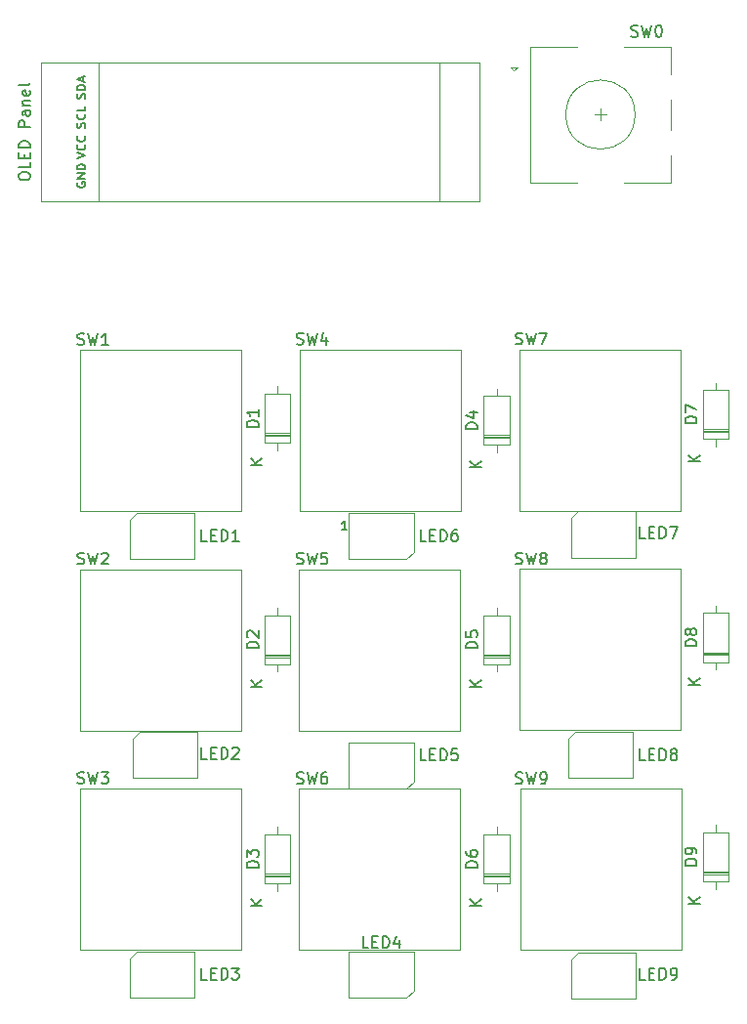
<source format=gbr>
%TF.GenerationSoftware,KiCad,Pcbnew,9.0.7*%
%TF.CreationDate,2026-02-07T03:47:48-05:00*%
%TF.ProjectId,Keypad,4b657970-6164-42e6-9b69-6361645f7063,rev?*%
%TF.SameCoordinates,Original*%
%TF.FileFunction,Legend,Top*%
%TF.FilePolarity,Positive*%
%FSLAX46Y46*%
G04 Gerber Fmt 4.6, Leading zero omitted, Abs format (unit mm)*
G04 Created by KiCad (PCBNEW 9.0.7) date 2026-02-07 03:47:48*
%MOMM*%
%LPD*%
G01*
G04 APERTURE LIST*
%ADD10C,0.150000*%
%ADD11C,0.120000*%
%ADD12C,0.040000*%
G04 APERTURE END LIST*
D10*
X138666667Y-94407200D02*
X138809524Y-94454819D01*
X138809524Y-94454819D02*
X139047619Y-94454819D01*
X139047619Y-94454819D02*
X139142857Y-94407200D01*
X139142857Y-94407200D02*
X139190476Y-94359580D01*
X139190476Y-94359580D02*
X139238095Y-94264342D01*
X139238095Y-94264342D02*
X139238095Y-94169104D01*
X139238095Y-94169104D02*
X139190476Y-94073866D01*
X139190476Y-94073866D02*
X139142857Y-94026247D01*
X139142857Y-94026247D02*
X139047619Y-93978628D01*
X139047619Y-93978628D02*
X138857143Y-93931009D01*
X138857143Y-93931009D02*
X138761905Y-93883390D01*
X138761905Y-93883390D02*
X138714286Y-93835771D01*
X138714286Y-93835771D02*
X138666667Y-93740533D01*
X138666667Y-93740533D02*
X138666667Y-93645295D01*
X138666667Y-93645295D02*
X138714286Y-93550057D01*
X138714286Y-93550057D02*
X138761905Y-93502438D01*
X138761905Y-93502438D02*
X138857143Y-93454819D01*
X138857143Y-93454819D02*
X139095238Y-93454819D01*
X139095238Y-93454819D02*
X139238095Y-93502438D01*
X139571429Y-93454819D02*
X139809524Y-94454819D01*
X139809524Y-94454819D02*
X140000000Y-93740533D01*
X140000000Y-93740533D02*
X140190476Y-94454819D01*
X140190476Y-94454819D02*
X140428572Y-93454819D01*
X141285714Y-93454819D02*
X140809524Y-93454819D01*
X140809524Y-93454819D02*
X140761905Y-93931009D01*
X140761905Y-93931009D02*
X140809524Y-93883390D01*
X140809524Y-93883390D02*
X140904762Y-93835771D01*
X140904762Y-93835771D02*
X141142857Y-93835771D01*
X141142857Y-93835771D02*
X141238095Y-93883390D01*
X141238095Y-93883390D02*
X141285714Y-93931009D01*
X141285714Y-93931009D02*
X141333333Y-94026247D01*
X141333333Y-94026247D02*
X141333333Y-94264342D01*
X141333333Y-94264342D02*
X141285714Y-94359580D01*
X141285714Y-94359580D02*
X141238095Y-94407200D01*
X141238095Y-94407200D02*
X141142857Y-94454819D01*
X141142857Y-94454819D02*
X140904762Y-94454819D01*
X140904762Y-94454819D02*
X140809524Y-94407200D01*
X140809524Y-94407200D02*
X140761905Y-94359580D01*
X168880952Y-130454819D02*
X168404762Y-130454819D01*
X168404762Y-130454819D02*
X168404762Y-129454819D01*
X169214286Y-129931009D02*
X169547619Y-129931009D01*
X169690476Y-130454819D02*
X169214286Y-130454819D01*
X169214286Y-130454819D02*
X169214286Y-129454819D01*
X169214286Y-129454819D02*
X169690476Y-129454819D01*
X170119048Y-130454819D02*
X170119048Y-129454819D01*
X170119048Y-129454819D02*
X170357143Y-129454819D01*
X170357143Y-129454819D02*
X170500000Y-129502438D01*
X170500000Y-129502438D02*
X170595238Y-129597676D01*
X170595238Y-129597676D02*
X170642857Y-129692914D01*
X170642857Y-129692914D02*
X170690476Y-129883390D01*
X170690476Y-129883390D02*
X170690476Y-130026247D01*
X170690476Y-130026247D02*
X170642857Y-130216723D01*
X170642857Y-130216723D02*
X170595238Y-130311961D01*
X170595238Y-130311961D02*
X170500000Y-130407200D01*
X170500000Y-130407200D02*
X170357143Y-130454819D01*
X170357143Y-130454819D02*
X170119048Y-130454819D01*
X171166667Y-130454819D02*
X171357143Y-130454819D01*
X171357143Y-130454819D02*
X171452381Y-130407200D01*
X171452381Y-130407200D02*
X171500000Y-130359580D01*
X171500000Y-130359580D02*
X171595238Y-130216723D01*
X171595238Y-130216723D02*
X171642857Y-130026247D01*
X171642857Y-130026247D02*
X171642857Y-129645295D01*
X171642857Y-129645295D02*
X171595238Y-129550057D01*
X171595238Y-129550057D02*
X171547619Y-129502438D01*
X171547619Y-129502438D02*
X171452381Y-129454819D01*
X171452381Y-129454819D02*
X171261905Y-129454819D01*
X171261905Y-129454819D02*
X171166667Y-129502438D01*
X171166667Y-129502438D02*
X171119048Y-129550057D01*
X171119048Y-129550057D02*
X171071429Y-129645295D01*
X171071429Y-129645295D02*
X171071429Y-129883390D01*
X171071429Y-129883390D02*
X171119048Y-129978628D01*
X171119048Y-129978628D02*
X171166667Y-130026247D01*
X171166667Y-130026247D02*
X171261905Y-130073866D01*
X171261905Y-130073866D02*
X171452381Y-130073866D01*
X171452381Y-130073866D02*
X171547619Y-130026247D01*
X171547619Y-130026247D02*
X171595238Y-129978628D01*
X171595238Y-129978628D02*
X171642857Y-129883390D01*
X138666667Y-75373200D02*
X138809524Y-75420819D01*
X138809524Y-75420819D02*
X139047619Y-75420819D01*
X139047619Y-75420819D02*
X139142857Y-75373200D01*
X139142857Y-75373200D02*
X139190476Y-75325580D01*
X139190476Y-75325580D02*
X139238095Y-75230342D01*
X139238095Y-75230342D02*
X139238095Y-75135104D01*
X139238095Y-75135104D02*
X139190476Y-75039866D01*
X139190476Y-75039866D02*
X139142857Y-74992247D01*
X139142857Y-74992247D02*
X139047619Y-74944628D01*
X139047619Y-74944628D02*
X138857143Y-74897009D01*
X138857143Y-74897009D02*
X138761905Y-74849390D01*
X138761905Y-74849390D02*
X138714286Y-74801771D01*
X138714286Y-74801771D02*
X138666667Y-74706533D01*
X138666667Y-74706533D02*
X138666667Y-74611295D01*
X138666667Y-74611295D02*
X138714286Y-74516057D01*
X138714286Y-74516057D02*
X138761905Y-74468438D01*
X138761905Y-74468438D02*
X138857143Y-74420819D01*
X138857143Y-74420819D02*
X139095238Y-74420819D01*
X139095238Y-74420819D02*
X139238095Y-74468438D01*
X139571429Y-74420819D02*
X139809524Y-75420819D01*
X139809524Y-75420819D02*
X140000000Y-74706533D01*
X140000000Y-74706533D02*
X140190476Y-75420819D01*
X140190476Y-75420819D02*
X140428572Y-74420819D01*
X141238095Y-74754152D02*
X141238095Y-75420819D01*
X141000000Y-74373200D02*
X140761905Y-75087485D01*
X140761905Y-75087485D02*
X141380952Y-75087485D01*
X130880952Y-111329819D02*
X130404762Y-111329819D01*
X130404762Y-111329819D02*
X130404762Y-110329819D01*
X131214286Y-110806009D02*
X131547619Y-110806009D01*
X131690476Y-111329819D02*
X131214286Y-111329819D01*
X131214286Y-111329819D02*
X131214286Y-110329819D01*
X131214286Y-110329819D02*
X131690476Y-110329819D01*
X132119048Y-111329819D02*
X132119048Y-110329819D01*
X132119048Y-110329819D02*
X132357143Y-110329819D01*
X132357143Y-110329819D02*
X132500000Y-110377438D01*
X132500000Y-110377438D02*
X132595238Y-110472676D01*
X132595238Y-110472676D02*
X132642857Y-110567914D01*
X132642857Y-110567914D02*
X132690476Y-110758390D01*
X132690476Y-110758390D02*
X132690476Y-110901247D01*
X132690476Y-110901247D02*
X132642857Y-111091723D01*
X132642857Y-111091723D02*
X132595238Y-111186961D01*
X132595238Y-111186961D02*
X132500000Y-111282200D01*
X132500000Y-111282200D02*
X132357143Y-111329819D01*
X132357143Y-111329819D02*
X132119048Y-111329819D01*
X133071429Y-110425057D02*
X133119048Y-110377438D01*
X133119048Y-110377438D02*
X133214286Y-110329819D01*
X133214286Y-110329819D02*
X133452381Y-110329819D01*
X133452381Y-110329819D02*
X133547619Y-110377438D01*
X133547619Y-110377438D02*
X133595238Y-110425057D01*
X133595238Y-110425057D02*
X133642857Y-110520295D01*
X133642857Y-110520295D02*
X133642857Y-110615533D01*
X133642857Y-110615533D02*
X133595238Y-110758390D01*
X133595238Y-110758390D02*
X133023810Y-111329819D01*
X133023810Y-111329819D02*
X133642857Y-111329819D01*
X119666667Y-113407200D02*
X119809524Y-113454819D01*
X119809524Y-113454819D02*
X120047619Y-113454819D01*
X120047619Y-113454819D02*
X120142857Y-113407200D01*
X120142857Y-113407200D02*
X120190476Y-113359580D01*
X120190476Y-113359580D02*
X120238095Y-113264342D01*
X120238095Y-113264342D02*
X120238095Y-113169104D01*
X120238095Y-113169104D02*
X120190476Y-113073866D01*
X120190476Y-113073866D02*
X120142857Y-113026247D01*
X120142857Y-113026247D02*
X120047619Y-112978628D01*
X120047619Y-112978628D02*
X119857143Y-112931009D01*
X119857143Y-112931009D02*
X119761905Y-112883390D01*
X119761905Y-112883390D02*
X119714286Y-112835771D01*
X119714286Y-112835771D02*
X119666667Y-112740533D01*
X119666667Y-112740533D02*
X119666667Y-112645295D01*
X119666667Y-112645295D02*
X119714286Y-112550057D01*
X119714286Y-112550057D02*
X119761905Y-112502438D01*
X119761905Y-112502438D02*
X119857143Y-112454819D01*
X119857143Y-112454819D02*
X120095238Y-112454819D01*
X120095238Y-112454819D02*
X120238095Y-112502438D01*
X120571429Y-112454819D02*
X120809524Y-113454819D01*
X120809524Y-113454819D02*
X121000000Y-112740533D01*
X121000000Y-112740533D02*
X121190476Y-113454819D01*
X121190476Y-113454819D02*
X121428572Y-112454819D01*
X121714286Y-112454819D02*
X122333333Y-112454819D01*
X122333333Y-112454819D02*
X122000000Y-112835771D01*
X122000000Y-112835771D02*
X122142857Y-112835771D01*
X122142857Y-112835771D02*
X122238095Y-112883390D01*
X122238095Y-112883390D02*
X122285714Y-112931009D01*
X122285714Y-112931009D02*
X122333333Y-113026247D01*
X122333333Y-113026247D02*
X122333333Y-113264342D01*
X122333333Y-113264342D02*
X122285714Y-113359580D01*
X122285714Y-113359580D02*
X122238095Y-113407200D01*
X122238095Y-113407200D02*
X122142857Y-113454819D01*
X122142857Y-113454819D02*
X121857143Y-113454819D01*
X121857143Y-113454819D02*
X121761905Y-113407200D01*
X121761905Y-113407200D02*
X121714286Y-113359580D01*
X144880952Y-127704819D02*
X144404762Y-127704819D01*
X144404762Y-127704819D02*
X144404762Y-126704819D01*
X145214286Y-127181009D02*
X145547619Y-127181009D01*
X145690476Y-127704819D02*
X145214286Y-127704819D01*
X145214286Y-127704819D02*
X145214286Y-126704819D01*
X145214286Y-126704819D02*
X145690476Y-126704819D01*
X146119048Y-127704819D02*
X146119048Y-126704819D01*
X146119048Y-126704819D02*
X146357143Y-126704819D01*
X146357143Y-126704819D02*
X146500000Y-126752438D01*
X146500000Y-126752438D02*
X146595238Y-126847676D01*
X146595238Y-126847676D02*
X146642857Y-126942914D01*
X146642857Y-126942914D02*
X146690476Y-127133390D01*
X146690476Y-127133390D02*
X146690476Y-127276247D01*
X146690476Y-127276247D02*
X146642857Y-127466723D01*
X146642857Y-127466723D02*
X146595238Y-127561961D01*
X146595238Y-127561961D02*
X146500000Y-127657200D01*
X146500000Y-127657200D02*
X146357143Y-127704819D01*
X146357143Y-127704819D02*
X146119048Y-127704819D01*
X147547619Y-127038152D02*
X147547619Y-127704819D01*
X147309524Y-126657200D02*
X147071429Y-127371485D01*
X147071429Y-127371485D02*
X147690476Y-127371485D01*
X149880952Y-92454819D02*
X149404762Y-92454819D01*
X149404762Y-92454819D02*
X149404762Y-91454819D01*
X150214286Y-91931009D02*
X150547619Y-91931009D01*
X150690476Y-92454819D02*
X150214286Y-92454819D01*
X150214286Y-92454819D02*
X150214286Y-91454819D01*
X150214286Y-91454819D02*
X150690476Y-91454819D01*
X151119048Y-92454819D02*
X151119048Y-91454819D01*
X151119048Y-91454819D02*
X151357143Y-91454819D01*
X151357143Y-91454819D02*
X151500000Y-91502438D01*
X151500000Y-91502438D02*
X151595238Y-91597676D01*
X151595238Y-91597676D02*
X151642857Y-91692914D01*
X151642857Y-91692914D02*
X151690476Y-91883390D01*
X151690476Y-91883390D02*
X151690476Y-92026247D01*
X151690476Y-92026247D02*
X151642857Y-92216723D01*
X151642857Y-92216723D02*
X151595238Y-92311961D01*
X151595238Y-92311961D02*
X151500000Y-92407200D01*
X151500000Y-92407200D02*
X151357143Y-92454819D01*
X151357143Y-92454819D02*
X151119048Y-92454819D01*
X152547619Y-91454819D02*
X152357143Y-91454819D01*
X152357143Y-91454819D02*
X152261905Y-91502438D01*
X152261905Y-91502438D02*
X152214286Y-91550057D01*
X152214286Y-91550057D02*
X152119048Y-91692914D01*
X152119048Y-91692914D02*
X152071429Y-91883390D01*
X152071429Y-91883390D02*
X152071429Y-92264342D01*
X152071429Y-92264342D02*
X152119048Y-92359580D01*
X152119048Y-92359580D02*
X152166667Y-92407200D01*
X152166667Y-92407200D02*
X152261905Y-92454819D01*
X152261905Y-92454819D02*
X152452381Y-92454819D01*
X152452381Y-92454819D02*
X152547619Y-92407200D01*
X152547619Y-92407200D02*
X152595238Y-92359580D01*
X152595238Y-92359580D02*
X152642857Y-92264342D01*
X152642857Y-92264342D02*
X152642857Y-92026247D01*
X152642857Y-92026247D02*
X152595238Y-91931009D01*
X152595238Y-91931009D02*
X152547619Y-91883390D01*
X152547619Y-91883390D02*
X152452381Y-91835771D01*
X152452381Y-91835771D02*
X152261905Y-91835771D01*
X152261905Y-91835771D02*
X152166667Y-91883390D01*
X152166667Y-91883390D02*
X152119048Y-91931009D01*
X152119048Y-91931009D02*
X152071429Y-92026247D01*
X143028571Y-91487295D02*
X142571428Y-91487295D01*
X142800000Y-91487295D02*
X142800000Y-90687295D01*
X142800000Y-90687295D02*
X142723809Y-90801580D01*
X142723809Y-90801580D02*
X142647619Y-90877771D01*
X142647619Y-90877771D02*
X142571428Y-90915866D01*
X167666667Y-48707200D02*
X167809524Y-48754819D01*
X167809524Y-48754819D02*
X168047619Y-48754819D01*
X168047619Y-48754819D02*
X168142857Y-48707200D01*
X168142857Y-48707200D02*
X168190476Y-48659580D01*
X168190476Y-48659580D02*
X168238095Y-48564342D01*
X168238095Y-48564342D02*
X168238095Y-48469104D01*
X168238095Y-48469104D02*
X168190476Y-48373866D01*
X168190476Y-48373866D02*
X168142857Y-48326247D01*
X168142857Y-48326247D02*
X168047619Y-48278628D01*
X168047619Y-48278628D02*
X167857143Y-48231009D01*
X167857143Y-48231009D02*
X167761905Y-48183390D01*
X167761905Y-48183390D02*
X167714286Y-48135771D01*
X167714286Y-48135771D02*
X167666667Y-48040533D01*
X167666667Y-48040533D02*
X167666667Y-47945295D01*
X167666667Y-47945295D02*
X167714286Y-47850057D01*
X167714286Y-47850057D02*
X167761905Y-47802438D01*
X167761905Y-47802438D02*
X167857143Y-47754819D01*
X167857143Y-47754819D02*
X168095238Y-47754819D01*
X168095238Y-47754819D02*
X168238095Y-47802438D01*
X168571429Y-47754819D02*
X168809524Y-48754819D01*
X168809524Y-48754819D02*
X169000000Y-48040533D01*
X169000000Y-48040533D02*
X169190476Y-48754819D01*
X169190476Y-48754819D02*
X169428572Y-47754819D01*
X170000000Y-47754819D02*
X170095238Y-47754819D01*
X170095238Y-47754819D02*
X170190476Y-47802438D01*
X170190476Y-47802438D02*
X170238095Y-47850057D01*
X170238095Y-47850057D02*
X170285714Y-47945295D01*
X170285714Y-47945295D02*
X170333333Y-48135771D01*
X170333333Y-48135771D02*
X170333333Y-48373866D01*
X170333333Y-48373866D02*
X170285714Y-48564342D01*
X170285714Y-48564342D02*
X170238095Y-48659580D01*
X170238095Y-48659580D02*
X170190476Y-48707200D01*
X170190476Y-48707200D02*
X170095238Y-48754819D01*
X170095238Y-48754819D02*
X170000000Y-48754819D01*
X170000000Y-48754819D02*
X169904762Y-48707200D01*
X169904762Y-48707200D02*
X169857143Y-48659580D01*
X169857143Y-48659580D02*
X169809524Y-48564342D01*
X169809524Y-48564342D02*
X169761905Y-48373866D01*
X169761905Y-48373866D02*
X169761905Y-48135771D01*
X169761905Y-48135771D02*
X169809524Y-47945295D01*
X169809524Y-47945295D02*
X169857143Y-47850057D01*
X169857143Y-47850057D02*
X169904762Y-47802438D01*
X169904762Y-47802438D02*
X170000000Y-47754819D01*
X135334819Y-120738094D02*
X134334819Y-120738094D01*
X134334819Y-120738094D02*
X134334819Y-120499999D01*
X134334819Y-120499999D02*
X134382438Y-120357142D01*
X134382438Y-120357142D02*
X134477676Y-120261904D01*
X134477676Y-120261904D02*
X134572914Y-120214285D01*
X134572914Y-120214285D02*
X134763390Y-120166666D01*
X134763390Y-120166666D02*
X134906247Y-120166666D01*
X134906247Y-120166666D02*
X135096723Y-120214285D01*
X135096723Y-120214285D02*
X135191961Y-120261904D01*
X135191961Y-120261904D02*
X135287200Y-120357142D01*
X135287200Y-120357142D02*
X135334819Y-120499999D01*
X135334819Y-120499999D02*
X135334819Y-120738094D01*
X134334819Y-119833332D02*
X134334819Y-119214285D01*
X134334819Y-119214285D02*
X134715771Y-119547618D01*
X134715771Y-119547618D02*
X134715771Y-119404761D01*
X134715771Y-119404761D02*
X134763390Y-119309523D01*
X134763390Y-119309523D02*
X134811009Y-119261904D01*
X134811009Y-119261904D02*
X134906247Y-119214285D01*
X134906247Y-119214285D02*
X135144342Y-119214285D01*
X135144342Y-119214285D02*
X135239580Y-119261904D01*
X135239580Y-119261904D02*
X135287200Y-119309523D01*
X135287200Y-119309523D02*
X135334819Y-119404761D01*
X135334819Y-119404761D02*
X135334819Y-119690475D01*
X135334819Y-119690475D02*
X135287200Y-119785713D01*
X135287200Y-119785713D02*
X135239580Y-119833332D01*
X135654819Y-124071904D02*
X134654819Y-124071904D01*
X135654819Y-123500476D02*
X135083390Y-123929047D01*
X134654819Y-123500476D02*
X135226247Y-124071904D01*
X119666667Y-75407200D02*
X119809524Y-75454819D01*
X119809524Y-75454819D02*
X120047619Y-75454819D01*
X120047619Y-75454819D02*
X120142857Y-75407200D01*
X120142857Y-75407200D02*
X120190476Y-75359580D01*
X120190476Y-75359580D02*
X120238095Y-75264342D01*
X120238095Y-75264342D02*
X120238095Y-75169104D01*
X120238095Y-75169104D02*
X120190476Y-75073866D01*
X120190476Y-75073866D02*
X120142857Y-75026247D01*
X120142857Y-75026247D02*
X120047619Y-74978628D01*
X120047619Y-74978628D02*
X119857143Y-74931009D01*
X119857143Y-74931009D02*
X119761905Y-74883390D01*
X119761905Y-74883390D02*
X119714286Y-74835771D01*
X119714286Y-74835771D02*
X119666667Y-74740533D01*
X119666667Y-74740533D02*
X119666667Y-74645295D01*
X119666667Y-74645295D02*
X119714286Y-74550057D01*
X119714286Y-74550057D02*
X119761905Y-74502438D01*
X119761905Y-74502438D02*
X119857143Y-74454819D01*
X119857143Y-74454819D02*
X120095238Y-74454819D01*
X120095238Y-74454819D02*
X120238095Y-74502438D01*
X120571429Y-74454819D02*
X120809524Y-75454819D01*
X120809524Y-75454819D02*
X121000000Y-74740533D01*
X121000000Y-74740533D02*
X121190476Y-75454819D01*
X121190476Y-75454819D02*
X121428572Y-74454819D01*
X122333333Y-75454819D02*
X121761905Y-75454819D01*
X122047619Y-75454819D02*
X122047619Y-74454819D01*
X122047619Y-74454819D02*
X121952381Y-74597676D01*
X121952381Y-74597676D02*
X121857143Y-74692914D01*
X121857143Y-74692914D02*
X121761905Y-74740533D01*
X173334819Y-120548094D02*
X172334819Y-120548094D01*
X172334819Y-120548094D02*
X172334819Y-120309999D01*
X172334819Y-120309999D02*
X172382438Y-120167142D01*
X172382438Y-120167142D02*
X172477676Y-120071904D01*
X172477676Y-120071904D02*
X172572914Y-120024285D01*
X172572914Y-120024285D02*
X172763390Y-119976666D01*
X172763390Y-119976666D02*
X172906247Y-119976666D01*
X172906247Y-119976666D02*
X173096723Y-120024285D01*
X173096723Y-120024285D02*
X173191961Y-120071904D01*
X173191961Y-120071904D02*
X173287200Y-120167142D01*
X173287200Y-120167142D02*
X173334819Y-120309999D01*
X173334819Y-120309999D02*
X173334819Y-120548094D01*
X173334819Y-119500475D02*
X173334819Y-119309999D01*
X173334819Y-119309999D02*
X173287200Y-119214761D01*
X173287200Y-119214761D02*
X173239580Y-119167142D01*
X173239580Y-119167142D02*
X173096723Y-119071904D01*
X173096723Y-119071904D02*
X172906247Y-119024285D01*
X172906247Y-119024285D02*
X172525295Y-119024285D01*
X172525295Y-119024285D02*
X172430057Y-119071904D01*
X172430057Y-119071904D02*
X172382438Y-119119523D01*
X172382438Y-119119523D02*
X172334819Y-119214761D01*
X172334819Y-119214761D02*
X172334819Y-119405237D01*
X172334819Y-119405237D02*
X172382438Y-119500475D01*
X172382438Y-119500475D02*
X172430057Y-119548094D01*
X172430057Y-119548094D02*
X172525295Y-119595713D01*
X172525295Y-119595713D02*
X172763390Y-119595713D01*
X172763390Y-119595713D02*
X172858628Y-119548094D01*
X172858628Y-119548094D02*
X172906247Y-119500475D01*
X172906247Y-119500475D02*
X172953866Y-119405237D01*
X172953866Y-119405237D02*
X172953866Y-119214761D01*
X172953866Y-119214761D02*
X172906247Y-119119523D01*
X172906247Y-119119523D02*
X172858628Y-119071904D01*
X172858628Y-119071904D02*
X172763390Y-119024285D01*
X173654819Y-123881904D02*
X172654819Y-123881904D01*
X173654819Y-123310476D02*
X173083390Y-123739047D01*
X172654819Y-123310476D02*
X173226247Y-123881904D01*
X135334819Y-82548094D02*
X134334819Y-82548094D01*
X134334819Y-82548094D02*
X134334819Y-82309999D01*
X134334819Y-82309999D02*
X134382438Y-82167142D01*
X134382438Y-82167142D02*
X134477676Y-82071904D01*
X134477676Y-82071904D02*
X134572914Y-82024285D01*
X134572914Y-82024285D02*
X134763390Y-81976666D01*
X134763390Y-81976666D02*
X134906247Y-81976666D01*
X134906247Y-81976666D02*
X135096723Y-82024285D01*
X135096723Y-82024285D02*
X135191961Y-82071904D01*
X135191961Y-82071904D02*
X135287200Y-82167142D01*
X135287200Y-82167142D02*
X135334819Y-82309999D01*
X135334819Y-82309999D02*
X135334819Y-82548094D01*
X135334819Y-81024285D02*
X135334819Y-81595713D01*
X135334819Y-81309999D02*
X134334819Y-81309999D01*
X134334819Y-81309999D02*
X134477676Y-81405237D01*
X134477676Y-81405237D02*
X134572914Y-81500475D01*
X134572914Y-81500475D02*
X134620533Y-81595713D01*
X135654819Y-85881904D02*
X134654819Y-85881904D01*
X135654819Y-85310476D02*
X135083390Y-85739047D01*
X134654819Y-85310476D02*
X135226247Y-85881904D01*
X154334819Y-101738094D02*
X153334819Y-101738094D01*
X153334819Y-101738094D02*
X153334819Y-101499999D01*
X153334819Y-101499999D02*
X153382438Y-101357142D01*
X153382438Y-101357142D02*
X153477676Y-101261904D01*
X153477676Y-101261904D02*
X153572914Y-101214285D01*
X153572914Y-101214285D02*
X153763390Y-101166666D01*
X153763390Y-101166666D02*
X153906247Y-101166666D01*
X153906247Y-101166666D02*
X154096723Y-101214285D01*
X154096723Y-101214285D02*
X154191961Y-101261904D01*
X154191961Y-101261904D02*
X154287200Y-101357142D01*
X154287200Y-101357142D02*
X154334819Y-101499999D01*
X154334819Y-101499999D02*
X154334819Y-101738094D01*
X153334819Y-100261904D02*
X153334819Y-100738094D01*
X153334819Y-100738094D02*
X153811009Y-100785713D01*
X153811009Y-100785713D02*
X153763390Y-100738094D01*
X153763390Y-100738094D02*
X153715771Y-100642856D01*
X153715771Y-100642856D02*
X153715771Y-100404761D01*
X153715771Y-100404761D02*
X153763390Y-100309523D01*
X153763390Y-100309523D02*
X153811009Y-100261904D01*
X153811009Y-100261904D02*
X153906247Y-100214285D01*
X153906247Y-100214285D02*
X154144342Y-100214285D01*
X154144342Y-100214285D02*
X154239580Y-100261904D01*
X154239580Y-100261904D02*
X154287200Y-100309523D01*
X154287200Y-100309523D02*
X154334819Y-100404761D01*
X154334819Y-100404761D02*
X154334819Y-100642856D01*
X154334819Y-100642856D02*
X154287200Y-100738094D01*
X154287200Y-100738094D02*
X154239580Y-100785713D01*
X154654819Y-105071904D02*
X153654819Y-105071904D01*
X154654819Y-104500476D02*
X154083390Y-104929047D01*
X153654819Y-104500476D02*
X154226247Y-105071904D01*
X130880952Y-130454819D02*
X130404762Y-130454819D01*
X130404762Y-130454819D02*
X130404762Y-129454819D01*
X131214286Y-129931009D02*
X131547619Y-129931009D01*
X131690476Y-130454819D02*
X131214286Y-130454819D01*
X131214286Y-130454819D02*
X131214286Y-129454819D01*
X131214286Y-129454819D02*
X131690476Y-129454819D01*
X132119048Y-130454819D02*
X132119048Y-129454819D01*
X132119048Y-129454819D02*
X132357143Y-129454819D01*
X132357143Y-129454819D02*
X132500000Y-129502438D01*
X132500000Y-129502438D02*
X132595238Y-129597676D01*
X132595238Y-129597676D02*
X132642857Y-129692914D01*
X132642857Y-129692914D02*
X132690476Y-129883390D01*
X132690476Y-129883390D02*
X132690476Y-130026247D01*
X132690476Y-130026247D02*
X132642857Y-130216723D01*
X132642857Y-130216723D02*
X132595238Y-130311961D01*
X132595238Y-130311961D02*
X132500000Y-130407200D01*
X132500000Y-130407200D02*
X132357143Y-130454819D01*
X132357143Y-130454819D02*
X132119048Y-130454819D01*
X133023810Y-129454819D02*
X133642857Y-129454819D01*
X133642857Y-129454819D02*
X133309524Y-129835771D01*
X133309524Y-129835771D02*
X133452381Y-129835771D01*
X133452381Y-129835771D02*
X133547619Y-129883390D01*
X133547619Y-129883390D02*
X133595238Y-129931009D01*
X133595238Y-129931009D02*
X133642857Y-130026247D01*
X133642857Y-130026247D02*
X133642857Y-130264342D01*
X133642857Y-130264342D02*
X133595238Y-130359580D01*
X133595238Y-130359580D02*
X133547619Y-130407200D01*
X133547619Y-130407200D02*
X133452381Y-130454819D01*
X133452381Y-130454819D02*
X133166667Y-130454819D01*
X133166667Y-130454819D02*
X133071429Y-130407200D01*
X133071429Y-130407200D02*
X133023810Y-130359580D01*
X173334819Y-101548094D02*
X172334819Y-101548094D01*
X172334819Y-101548094D02*
X172334819Y-101309999D01*
X172334819Y-101309999D02*
X172382438Y-101167142D01*
X172382438Y-101167142D02*
X172477676Y-101071904D01*
X172477676Y-101071904D02*
X172572914Y-101024285D01*
X172572914Y-101024285D02*
X172763390Y-100976666D01*
X172763390Y-100976666D02*
X172906247Y-100976666D01*
X172906247Y-100976666D02*
X173096723Y-101024285D01*
X173096723Y-101024285D02*
X173191961Y-101071904D01*
X173191961Y-101071904D02*
X173287200Y-101167142D01*
X173287200Y-101167142D02*
X173334819Y-101309999D01*
X173334819Y-101309999D02*
X173334819Y-101548094D01*
X172763390Y-100405237D02*
X172715771Y-100500475D01*
X172715771Y-100500475D02*
X172668152Y-100548094D01*
X172668152Y-100548094D02*
X172572914Y-100595713D01*
X172572914Y-100595713D02*
X172525295Y-100595713D01*
X172525295Y-100595713D02*
X172430057Y-100548094D01*
X172430057Y-100548094D02*
X172382438Y-100500475D01*
X172382438Y-100500475D02*
X172334819Y-100405237D01*
X172334819Y-100405237D02*
X172334819Y-100214761D01*
X172334819Y-100214761D02*
X172382438Y-100119523D01*
X172382438Y-100119523D02*
X172430057Y-100071904D01*
X172430057Y-100071904D02*
X172525295Y-100024285D01*
X172525295Y-100024285D02*
X172572914Y-100024285D01*
X172572914Y-100024285D02*
X172668152Y-100071904D01*
X172668152Y-100071904D02*
X172715771Y-100119523D01*
X172715771Y-100119523D02*
X172763390Y-100214761D01*
X172763390Y-100214761D02*
X172763390Y-100405237D01*
X172763390Y-100405237D02*
X172811009Y-100500475D01*
X172811009Y-100500475D02*
X172858628Y-100548094D01*
X172858628Y-100548094D02*
X172953866Y-100595713D01*
X172953866Y-100595713D02*
X173144342Y-100595713D01*
X173144342Y-100595713D02*
X173239580Y-100548094D01*
X173239580Y-100548094D02*
X173287200Y-100500475D01*
X173287200Y-100500475D02*
X173334819Y-100405237D01*
X173334819Y-100405237D02*
X173334819Y-100214761D01*
X173334819Y-100214761D02*
X173287200Y-100119523D01*
X173287200Y-100119523D02*
X173239580Y-100071904D01*
X173239580Y-100071904D02*
X173144342Y-100024285D01*
X173144342Y-100024285D02*
X172953866Y-100024285D01*
X172953866Y-100024285D02*
X172858628Y-100071904D01*
X172858628Y-100071904D02*
X172811009Y-100119523D01*
X172811009Y-100119523D02*
X172763390Y-100214761D01*
X173654819Y-104881904D02*
X172654819Y-104881904D01*
X173654819Y-104310476D02*
X173083390Y-104739047D01*
X172654819Y-104310476D02*
X173226247Y-104881904D01*
X157666667Y-113443200D02*
X157809524Y-113490819D01*
X157809524Y-113490819D02*
X158047619Y-113490819D01*
X158047619Y-113490819D02*
X158142857Y-113443200D01*
X158142857Y-113443200D02*
X158190476Y-113395580D01*
X158190476Y-113395580D02*
X158238095Y-113300342D01*
X158238095Y-113300342D02*
X158238095Y-113205104D01*
X158238095Y-113205104D02*
X158190476Y-113109866D01*
X158190476Y-113109866D02*
X158142857Y-113062247D01*
X158142857Y-113062247D02*
X158047619Y-113014628D01*
X158047619Y-113014628D02*
X157857143Y-112967009D01*
X157857143Y-112967009D02*
X157761905Y-112919390D01*
X157761905Y-112919390D02*
X157714286Y-112871771D01*
X157714286Y-112871771D02*
X157666667Y-112776533D01*
X157666667Y-112776533D02*
X157666667Y-112681295D01*
X157666667Y-112681295D02*
X157714286Y-112586057D01*
X157714286Y-112586057D02*
X157761905Y-112538438D01*
X157761905Y-112538438D02*
X157857143Y-112490819D01*
X157857143Y-112490819D02*
X158095238Y-112490819D01*
X158095238Y-112490819D02*
X158238095Y-112538438D01*
X158571429Y-112490819D02*
X158809524Y-113490819D01*
X158809524Y-113490819D02*
X159000000Y-112776533D01*
X159000000Y-112776533D02*
X159190476Y-113490819D01*
X159190476Y-113490819D02*
X159428572Y-112490819D01*
X159857143Y-113490819D02*
X160047619Y-113490819D01*
X160047619Y-113490819D02*
X160142857Y-113443200D01*
X160142857Y-113443200D02*
X160190476Y-113395580D01*
X160190476Y-113395580D02*
X160285714Y-113252723D01*
X160285714Y-113252723D02*
X160333333Y-113062247D01*
X160333333Y-113062247D02*
X160333333Y-112681295D01*
X160333333Y-112681295D02*
X160285714Y-112586057D01*
X160285714Y-112586057D02*
X160238095Y-112538438D01*
X160238095Y-112538438D02*
X160142857Y-112490819D01*
X160142857Y-112490819D02*
X159952381Y-112490819D01*
X159952381Y-112490819D02*
X159857143Y-112538438D01*
X159857143Y-112538438D02*
X159809524Y-112586057D01*
X159809524Y-112586057D02*
X159761905Y-112681295D01*
X159761905Y-112681295D02*
X159761905Y-112919390D01*
X159761905Y-112919390D02*
X159809524Y-113014628D01*
X159809524Y-113014628D02*
X159857143Y-113062247D01*
X159857143Y-113062247D02*
X159952381Y-113109866D01*
X159952381Y-113109866D02*
X160142857Y-113109866D01*
X160142857Y-113109866D02*
X160238095Y-113062247D01*
X160238095Y-113062247D02*
X160285714Y-113014628D01*
X160285714Y-113014628D02*
X160333333Y-112919390D01*
X120303450Y-56622856D02*
X120339164Y-56515714D01*
X120339164Y-56515714D02*
X120339164Y-56337142D01*
X120339164Y-56337142D02*
X120303450Y-56265714D01*
X120303450Y-56265714D02*
X120267735Y-56229999D01*
X120267735Y-56229999D02*
X120196307Y-56194285D01*
X120196307Y-56194285D02*
X120124878Y-56194285D01*
X120124878Y-56194285D02*
X120053450Y-56229999D01*
X120053450Y-56229999D02*
X120017735Y-56265714D01*
X120017735Y-56265714D02*
X119982021Y-56337142D01*
X119982021Y-56337142D02*
X119946307Y-56479999D01*
X119946307Y-56479999D02*
X119910592Y-56551428D01*
X119910592Y-56551428D02*
X119874878Y-56587142D01*
X119874878Y-56587142D02*
X119803450Y-56622856D01*
X119803450Y-56622856D02*
X119732021Y-56622856D01*
X119732021Y-56622856D02*
X119660592Y-56587142D01*
X119660592Y-56587142D02*
X119624878Y-56551428D01*
X119624878Y-56551428D02*
X119589164Y-56479999D01*
X119589164Y-56479999D02*
X119589164Y-56301428D01*
X119589164Y-56301428D02*
X119624878Y-56194285D01*
X120267735Y-55444285D02*
X120303450Y-55479999D01*
X120303450Y-55479999D02*
X120339164Y-55587142D01*
X120339164Y-55587142D02*
X120339164Y-55658570D01*
X120339164Y-55658570D02*
X120303450Y-55765713D01*
X120303450Y-55765713D02*
X120232021Y-55837142D01*
X120232021Y-55837142D02*
X120160592Y-55872856D01*
X120160592Y-55872856D02*
X120017735Y-55908570D01*
X120017735Y-55908570D02*
X119910592Y-55908570D01*
X119910592Y-55908570D02*
X119767735Y-55872856D01*
X119767735Y-55872856D02*
X119696307Y-55837142D01*
X119696307Y-55837142D02*
X119624878Y-55765713D01*
X119624878Y-55765713D02*
X119589164Y-55658570D01*
X119589164Y-55658570D02*
X119589164Y-55587142D01*
X119589164Y-55587142D02*
X119624878Y-55479999D01*
X119624878Y-55479999D02*
X119660592Y-55444285D01*
X120339164Y-54765713D02*
X120339164Y-55122856D01*
X120339164Y-55122856D02*
X119589164Y-55122856D01*
X120303450Y-54100713D02*
X120339164Y-53993571D01*
X120339164Y-53993571D02*
X120339164Y-53814999D01*
X120339164Y-53814999D02*
X120303450Y-53743571D01*
X120303450Y-53743571D02*
X120267735Y-53707856D01*
X120267735Y-53707856D02*
X120196307Y-53672142D01*
X120196307Y-53672142D02*
X120124878Y-53672142D01*
X120124878Y-53672142D02*
X120053450Y-53707856D01*
X120053450Y-53707856D02*
X120017735Y-53743571D01*
X120017735Y-53743571D02*
X119982021Y-53814999D01*
X119982021Y-53814999D02*
X119946307Y-53957856D01*
X119946307Y-53957856D02*
X119910592Y-54029285D01*
X119910592Y-54029285D02*
X119874878Y-54064999D01*
X119874878Y-54064999D02*
X119803450Y-54100713D01*
X119803450Y-54100713D02*
X119732021Y-54100713D01*
X119732021Y-54100713D02*
X119660592Y-54064999D01*
X119660592Y-54064999D02*
X119624878Y-54029285D01*
X119624878Y-54029285D02*
X119589164Y-53957856D01*
X119589164Y-53957856D02*
X119589164Y-53779285D01*
X119589164Y-53779285D02*
X119624878Y-53672142D01*
X120339164Y-53350713D02*
X119589164Y-53350713D01*
X119589164Y-53350713D02*
X119589164Y-53172142D01*
X119589164Y-53172142D02*
X119624878Y-53064999D01*
X119624878Y-53064999D02*
X119696307Y-52993570D01*
X119696307Y-52993570D02*
X119767735Y-52957856D01*
X119767735Y-52957856D02*
X119910592Y-52922142D01*
X119910592Y-52922142D02*
X120017735Y-52922142D01*
X120017735Y-52922142D02*
X120160592Y-52957856D01*
X120160592Y-52957856D02*
X120232021Y-52993570D01*
X120232021Y-52993570D02*
X120303450Y-53064999D01*
X120303450Y-53064999D02*
X120339164Y-53172142D01*
X120339164Y-53172142D02*
X120339164Y-53350713D01*
X120124878Y-52636427D02*
X120124878Y-52279285D01*
X120339164Y-52707856D02*
X119589164Y-52457856D01*
X119589164Y-52457856D02*
X120339164Y-52207856D01*
X114554819Y-60928571D02*
X114554819Y-60738095D01*
X114554819Y-60738095D02*
X114602438Y-60642857D01*
X114602438Y-60642857D02*
X114697676Y-60547619D01*
X114697676Y-60547619D02*
X114888152Y-60500000D01*
X114888152Y-60500000D02*
X115221485Y-60500000D01*
X115221485Y-60500000D02*
X115411961Y-60547619D01*
X115411961Y-60547619D02*
X115507200Y-60642857D01*
X115507200Y-60642857D02*
X115554819Y-60738095D01*
X115554819Y-60738095D02*
X115554819Y-60928571D01*
X115554819Y-60928571D02*
X115507200Y-61023809D01*
X115507200Y-61023809D02*
X115411961Y-61119047D01*
X115411961Y-61119047D02*
X115221485Y-61166666D01*
X115221485Y-61166666D02*
X114888152Y-61166666D01*
X114888152Y-61166666D02*
X114697676Y-61119047D01*
X114697676Y-61119047D02*
X114602438Y-61023809D01*
X114602438Y-61023809D02*
X114554819Y-60928571D01*
X115554819Y-59595238D02*
X115554819Y-60071428D01*
X115554819Y-60071428D02*
X114554819Y-60071428D01*
X115031009Y-59261904D02*
X115031009Y-58928571D01*
X115554819Y-58785714D02*
X115554819Y-59261904D01*
X115554819Y-59261904D02*
X114554819Y-59261904D01*
X114554819Y-59261904D02*
X114554819Y-58785714D01*
X115554819Y-58357142D02*
X114554819Y-58357142D01*
X114554819Y-58357142D02*
X114554819Y-58119047D01*
X114554819Y-58119047D02*
X114602438Y-57976190D01*
X114602438Y-57976190D02*
X114697676Y-57880952D01*
X114697676Y-57880952D02*
X114792914Y-57833333D01*
X114792914Y-57833333D02*
X114983390Y-57785714D01*
X114983390Y-57785714D02*
X115126247Y-57785714D01*
X115126247Y-57785714D02*
X115316723Y-57833333D01*
X115316723Y-57833333D02*
X115411961Y-57880952D01*
X115411961Y-57880952D02*
X115507200Y-57976190D01*
X115507200Y-57976190D02*
X115554819Y-58119047D01*
X115554819Y-58119047D02*
X115554819Y-58357142D01*
X115554819Y-56595237D02*
X114554819Y-56595237D01*
X114554819Y-56595237D02*
X114554819Y-56214285D01*
X114554819Y-56214285D02*
X114602438Y-56119047D01*
X114602438Y-56119047D02*
X114650057Y-56071428D01*
X114650057Y-56071428D02*
X114745295Y-56023809D01*
X114745295Y-56023809D02*
X114888152Y-56023809D01*
X114888152Y-56023809D02*
X114983390Y-56071428D01*
X114983390Y-56071428D02*
X115031009Y-56119047D01*
X115031009Y-56119047D02*
X115078628Y-56214285D01*
X115078628Y-56214285D02*
X115078628Y-56595237D01*
X115554819Y-55166666D02*
X115031009Y-55166666D01*
X115031009Y-55166666D02*
X114935771Y-55214285D01*
X114935771Y-55214285D02*
X114888152Y-55309523D01*
X114888152Y-55309523D02*
X114888152Y-55499999D01*
X114888152Y-55499999D02*
X114935771Y-55595237D01*
X115507200Y-55166666D02*
X115554819Y-55261904D01*
X115554819Y-55261904D02*
X115554819Y-55499999D01*
X115554819Y-55499999D02*
X115507200Y-55595237D01*
X115507200Y-55595237D02*
X115411961Y-55642856D01*
X115411961Y-55642856D02*
X115316723Y-55642856D01*
X115316723Y-55642856D02*
X115221485Y-55595237D01*
X115221485Y-55595237D02*
X115173866Y-55499999D01*
X115173866Y-55499999D02*
X115173866Y-55261904D01*
X115173866Y-55261904D02*
X115126247Y-55166666D01*
X114888152Y-54690475D02*
X115554819Y-54690475D01*
X114983390Y-54690475D02*
X114935771Y-54642856D01*
X114935771Y-54642856D02*
X114888152Y-54547618D01*
X114888152Y-54547618D02*
X114888152Y-54404761D01*
X114888152Y-54404761D02*
X114935771Y-54309523D01*
X114935771Y-54309523D02*
X115031009Y-54261904D01*
X115031009Y-54261904D02*
X115554819Y-54261904D01*
X115507200Y-53404761D02*
X115554819Y-53499999D01*
X115554819Y-53499999D02*
X115554819Y-53690475D01*
X115554819Y-53690475D02*
X115507200Y-53785713D01*
X115507200Y-53785713D02*
X115411961Y-53833332D01*
X115411961Y-53833332D02*
X115031009Y-53833332D01*
X115031009Y-53833332D02*
X114935771Y-53785713D01*
X114935771Y-53785713D02*
X114888152Y-53690475D01*
X114888152Y-53690475D02*
X114888152Y-53499999D01*
X114888152Y-53499999D02*
X114935771Y-53404761D01*
X114935771Y-53404761D02*
X115031009Y-53357142D01*
X115031009Y-53357142D02*
X115126247Y-53357142D01*
X115126247Y-53357142D02*
X115221485Y-53833332D01*
X115554819Y-52785713D02*
X115507200Y-52880951D01*
X115507200Y-52880951D02*
X115411961Y-52928570D01*
X115411961Y-52928570D02*
X114554819Y-52928570D01*
X119589164Y-59269999D02*
X120339164Y-59019999D01*
X120339164Y-59019999D02*
X119589164Y-58769999D01*
X120267735Y-58091428D02*
X120303450Y-58127142D01*
X120303450Y-58127142D02*
X120339164Y-58234285D01*
X120339164Y-58234285D02*
X120339164Y-58305713D01*
X120339164Y-58305713D02*
X120303450Y-58412856D01*
X120303450Y-58412856D02*
X120232021Y-58484285D01*
X120232021Y-58484285D02*
X120160592Y-58519999D01*
X120160592Y-58519999D02*
X120017735Y-58555713D01*
X120017735Y-58555713D02*
X119910592Y-58555713D01*
X119910592Y-58555713D02*
X119767735Y-58519999D01*
X119767735Y-58519999D02*
X119696307Y-58484285D01*
X119696307Y-58484285D02*
X119624878Y-58412856D01*
X119624878Y-58412856D02*
X119589164Y-58305713D01*
X119589164Y-58305713D02*
X119589164Y-58234285D01*
X119589164Y-58234285D02*
X119624878Y-58127142D01*
X119624878Y-58127142D02*
X119660592Y-58091428D01*
X120267735Y-57341428D02*
X120303450Y-57377142D01*
X120303450Y-57377142D02*
X120339164Y-57484285D01*
X120339164Y-57484285D02*
X120339164Y-57555713D01*
X120339164Y-57555713D02*
X120303450Y-57662856D01*
X120303450Y-57662856D02*
X120232021Y-57734285D01*
X120232021Y-57734285D02*
X120160592Y-57769999D01*
X120160592Y-57769999D02*
X120017735Y-57805713D01*
X120017735Y-57805713D02*
X119910592Y-57805713D01*
X119910592Y-57805713D02*
X119767735Y-57769999D01*
X119767735Y-57769999D02*
X119696307Y-57734285D01*
X119696307Y-57734285D02*
X119624878Y-57662856D01*
X119624878Y-57662856D02*
X119589164Y-57555713D01*
X119589164Y-57555713D02*
X119589164Y-57484285D01*
X119589164Y-57484285D02*
X119624878Y-57377142D01*
X119624878Y-57377142D02*
X119660592Y-57341428D01*
X119624878Y-61381428D02*
X119589164Y-61452857D01*
X119589164Y-61452857D02*
X119589164Y-61559999D01*
X119589164Y-61559999D02*
X119624878Y-61667142D01*
X119624878Y-61667142D02*
X119696307Y-61738571D01*
X119696307Y-61738571D02*
X119767735Y-61774285D01*
X119767735Y-61774285D02*
X119910592Y-61809999D01*
X119910592Y-61809999D02*
X120017735Y-61809999D01*
X120017735Y-61809999D02*
X120160592Y-61774285D01*
X120160592Y-61774285D02*
X120232021Y-61738571D01*
X120232021Y-61738571D02*
X120303450Y-61667142D01*
X120303450Y-61667142D02*
X120339164Y-61559999D01*
X120339164Y-61559999D02*
X120339164Y-61488571D01*
X120339164Y-61488571D02*
X120303450Y-61381428D01*
X120303450Y-61381428D02*
X120267735Y-61345714D01*
X120267735Y-61345714D02*
X120017735Y-61345714D01*
X120017735Y-61345714D02*
X120017735Y-61488571D01*
X120339164Y-61024285D02*
X119589164Y-61024285D01*
X119589164Y-61024285D02*
X120339164Y-60595714D01*
X120339164Y-60595714D02*
X119589164Y-60595714D01*
X120339164Y-60238571D02*
X119589164Y-60238571D01*
X119589164Y-60238571D02*
X119589164Y-60060000D01*
X119589164Y-60060000D02*
X119624878Y-59952857D01*
X119624878Y-59952857D02*
X119696307Y-59881428D01*
X119696307Y-59881428D02*
X119767735Y-59845714D01*
X119767735Y-59845714D02*
X119910592Y-59810000D01*
X119910592Y-59810000D02*
X120017735Y-59810000D01*
X120017735Y-59810000D02*
X120160592Y-59845714D01*
X120160592Y-59845714D02*
X120232021Y-59881428D01*
X120232021Y-59881428D02*
X120303450Y-59952857D01*
X120303450Y-59952857D02*
X120339164Y-60060000D01*
X120339164Y-60060000D02*
X120339164Y-60238571D01*
X130880952Y-92454819D02*
X130404762Y-92454819D01*
X130404762Y-92454819D02*
X130404762Y-91454819D01*
X131214286Y-91931009D02*
X131547619Y-91931009D01*
X131690476Y-92454819D02*
X131214286Y-92454819D01*
X131214286Y-92454819D02*
X131214286Y-91454819D01*
X131214286Y-91454819D02*
X131690476Y-91454819D01*
X132119048Y-92454819D02*
X132119048Y-91454819D01*
X132119048Y-91454819D02*
X132357143Y-91454819D01*
X132357143Y-91454819D02*
X132500000Y-91502438D01*
X132500000Y-91502438D02*
X132595238Y-91597676D01*
X132595238Y-91597676D02*
X132642857Y-91692914D01*
X132642857Y-91692914D02*
X132690476Y-91883390D01*
X132690476Y-91883390D02*
X132690476Y-92026247D01*
X132690476Y-92026247D02*
X132642857Y-92216723D01*
X132642857Y-92216723D02*
X132595238Y-92311961D01*
X132595238Y-92311961D02*
X132500000Y-92407200D01*
X132500000Y-92407200D02*
X132357143Y-92454819D01*
X132357143Y-92454819D02*
X132119048Y-92454819D01*
X133642857Y-92454819D02*
X133071429Y-92454819D01*
X133357143Y-92454819D02*
X133357143Y-91454819D01*
X133357143Y-91454819D02*
X133261905Y-91597676D01*
X133261905Y-91597676D02*
X133166667Y-91692914D01*
X133166667Y-91692914D02*
X133071429Y-91740533D01*
X157666667Y-94403200D02*
X157809524Y-94450819D01*
X157809524Y-94450819D02*
X158047619Y-94450819D01*
X158047619Y-94450819D02*
X158142857Y-94403200D01*
X158142857Y-94403200D02*
X158190476Y-94355580D01*
X158190476Y-94355580D02*
X158238095Y-94260342D01*
X158238095Y-94260342D02*
X158238095Y-94165104D01*
X158238095Y-94165104D02*
X158190476Y-94069866D01*
X158190476Y-94069866D02*
X158142857Y-94022247D01*
X158142857Y-94022247D02*
X158047619Y-93974628D01*
X158047619Y-93974628D02*
X157857143Y-93927009D01*
X157857143Y-93927009D02*
X157761905Y-93879390D01*
X157761905Y-93879390D02*
X157714286Y-93831771D01*
X157714286Y-93831771D02*
X157666667Y-93736533D01*
X157666667Y-93736533D02*
X157666667Y-93641295D01*
X157666667Y-93641295D02*
X157714286Y-93546057D01*
X157714286Y-93546057D02*
X157761905Y-93498438D01*
X157761905Y-93498438D02*
X157857143Y-93450819D01*
X157857143Y-93450819D02*
X158095238Y-93450819D01*
X158095238Y-93450819D02*
X158238095Y-93498438D01*
X158571429Y-93450819D02*
X158809524Y-94450819D01*
X158809524Y-94450819D02*
X159000000Y-93736533D01*
X159000000Y-93736533D02*
X159190476Y-94450819D01*
X159190476Y-94450819D02*
X159428572Y-93450819D01*
X159952381Y-93879390D02*
X159857143Y-93831771D01*
X159857143Y-93831771D02*
X159809524Y-93784152D01*
X159809524Y-93784152D02*
X159761905Y-93688914D01*
X159761905Y-93688914D02*
X159761905Y-93641295D01*
X159761905Y-93641295D02*
X159809524Y-93546057D01*
X159809524Y-93546057D02*
X159857143Y-93498438D01*
X159857143Y-93498438D02*
X159952381Y-93450819D01*
X159952381Y-93450819D02*
X160142857Y-93450819D01*
X160142857Y-93450819D02*
X160238095Y-93498438D01*
X160238095Y-93498438D02*
X160285714Y-93546057D01*
X160285714Y-93546057D02*
X160333333Y-93641295D01*
X160333333Y-93641295D02*
X160333333Y-93688914D01*
X160333333Y-93688914D02*
X160285714Y-93784152D01*
X160285714Y-93784152D02*
X160238095Y-93831771D01*
X160238095Y-93831771D02*
X160142857Y-93879390D01*
X160142857Y-93879390D02*
X159952381Y-93879390D01*
X159952381Y-93879390D02*
X159857143Y-93927009D01*
X159857143Y-93927009D02*
X159809524Y-93974628D01*
X159809524Y-93974628D02*
X159761905Y-94069866D01*
X159761905Y-94069866D02*
X159761905Y-94260342D01*
X159761905Y-94260342D02*
X159809524Y-94355580D01*
X159809524Y-94355580D02*
X159857143Y-94403200D01*
X159857143Y-94403200D02*
X159952381Y-94450819D01*
X159952381Y-94450819D02*
X160142857Y-94450819D01*
X160142857Y-94450819D02*
X160238095Y-94403200D01*
X160238095Y-94403200D02*
X160285714Y-94355580D01*
X160285714Y-94355580D02*
X160333333Y-94260342D01*
X160333333Y-94260342D02*
X160333333Y-94069866D01*
X160333333Y-94069866D02*
X160285714Y-93974628D01*
X160285714Y-93974628D02*
X160238095Y-93927009D01*
X160238095Y-93927009D02*
X160142857Y-93879390D01*
X135334819Y-101738094D02*
X134334819Y-101738094D01*
X134334819Y-101738094D02*
X134334819Y-101499999D01*
X134334819Y-101499999D02*
X134382438Y-101357142D01*
X134382438Y-101357142D02*
X134477676Y-101261904D01*
X134477676Y-101261904D02*
X134572914Y-101214285D01*
X134572914Y-101214285D02*
X134763390Y-101166666D01*
X134763390Y-101166666D02*
X134906247Y-101166666D01*
X134906247Y-101166666D02*
X135096723Y-101214285D01*
X135096723Y-101214285D02*
X135191961Y-101261904D01*
X135191961Y-101261904D02*
X135287200Y-101357142D01*
X135287200Y-101357142D02*
X135334819Y-101499999D01*
X135334819Y-101499999D02*
X135334819Y-101738094D01*
X134430057Y-100785713D02*
X134382438Y-100738094D01*
X134382438Y-100738094D02*
X134334819Y-100642856D01*
X134334819Y-100642856D02*
X134334819Y-100404761D01*
X134334819Y-100404761D02*
X134382438Y-100309523D01*
X134382438Y-100309523D02*
X134430057Y-100261904D01*
X134430057Y-100261904D02*
X134525295Y-100214285D01*
X134525295Y-100214285D02*
X134620533Y-100214285D01*
X134620533Y-100214285D02*
X134763390Y-100261904D01*
X134763390Y-100261904D02*
X135334819Y-100833332D01*
X135334819Y-100833332D02*
X135334819Y-100214285D01*
X135654819Y-105071904D02*
X134654819Y-105071904D01*
X135654819Y-104500476D02*
X135083390Y-104929047D01*
X134654819Y-104500476D02*
X135226247Y-105071904D01*
X168880952Y-111454819D02*
X168404762Y-111454819D01*
X168404762Y-111454819D02*
X168404762Y-110454819D01*
X169214286Y-110931009D02*
X169547619Y-110931009D01*
X169690476Y-111454819D02*
X169214286Y-111454819D01*
X169214286Y-111454819D02*
X169214286Y-110454819D01*
X169214286Y-110454819D02*
X169690476Y-110454819D01*
X170119048Y-111454819D02*
X170119048Y-110454819D01*
X170119048Y-110454819D02*
X170357143Y-110454819D01*
X170357143Y-110454819D02*
X170500000Y-110502438D01*
X170500000Y-110502438D02*
X170595238Y-110597676D01*
X170595238Y-110597676D02*
X170642857Y-110692914D01*
X170642857Y-110692914D02*
X170690476Y-110883390D01*
X170690476Y-110883390D02*
X170690476Y-111026247D01*
X170690476Y-111026247D02*
X170642857Y-111216723D01*
X170642857Y-111216723D02*
X170595238Y-111311961D01*
X170595238Y-111311961D02*
X170500000Y-111407200D01*
X170500000Y-111407200D02*
X170357143Y-111454819D01*
X170357143Y-111454819D02*
X170119048Y-111454819D01*
X171261905Y-110883390D02*
X171166667Y-110835771D01*
X171166667Y-110835771D02*
X171119048Y-110788152D01*
X171119048Y-110788152D02*
X171071429Y-110692914D01*
X171071429Y-110692914D02*
X171071429Y-110645295D01*
X171071429Y-110645295D02*
X171119048Y-110550057D01*
X171119048Y-110550057D02*
X171166667Y-110502438D01*
X171166667Y-110502438D02*
X171261905Y-110454819D01*
X171261905Y-110454819D02*
X171452381Y-110454819D01*
X171452381Y-110454819D02*
X171547619Y-110502438D01*
X171547619Y-110502438D02*
X171595238Y-110550057D01*
X171595238Y-110550057D02*
X171642857Y-110645295D01*
X171642857Y-110645295D02*
X171642857Y-110692914D01*
X171642857Y-110692914D02*
X171595238Y-110788152D01*
X171595238Y-110788152D02*
X171547619Y-110835771D01*
X171547619Y-110835771D02*
X171452381Y-110883390D01*
X171452381Y-110883390D02*
X171261905Y-110883390D01*
X171261905Y-110883390D02*
X171166667Y-110931009D01*
X171166667Y-110931009D02*
X171119048Y-110978628D01*
X171119048Y-110978628D02*
X171071429Y-111073866D01*
X171071429Y-111073866D02*
X171071429Y-111264342D01*
X171071429Y-111264342D02*
X171119048Y-111359580D01*
X171119048Y-111359580D02*
X171166667Y-111407200D01*
X171166667Y-111407200D02*
X171261905Y-111454819D01*
X171261905Y-111454819D02*
X171452381Y-111454819D01*
X171452381Y-111454819D02*
X171547619Y-111407200D01*
X171547619Y-111407200D02*
X171595238Y-111359580D01*
X171595238Y-111359580D02*
X171642857Y-111264342D01*
X171642857Y-111264342D02*
X171642857Y-111073866D01*
X171642857Y-111073866D02*
X171595238Y-110978628D01*
X171595238Y-110978628D02*
X171547619Y-110931009D01*
X171547619Y-110931009D02*
X171452381Y-110883390D01*
X173334819Y-82228094D02*
X172334819Y-82228094D01*
X172334819Y-82228094D02*
X172334819Y-81989999D01*
X172334819Y-81989999D02*
X172382438Y-81847142D01*
X172382438Y-81847142D02*
X172477676Y-81751904D01*
X172477676Y-81751904D02*
X172572914Y-81704285D01*
X172572914Y-81704285D02*
X172763390Y-81656666D01*
X172763390Y-81656666D02*
X172906247Y-81656666D01*
X172906247Y-81656666D02*
X173096723Y-81704285D01*
X173096723Y-81704285D02*
X173191961Y-81751904D01*
X173191961Y-81751904D02*
X173287200Y-81847142D01*
X173287200Y-81847142D02*
X173334819Y-81989999D01*
X173334819Y-81989999D02*
X173334819Y-82228094D01*
X172334819Y-81323332D02*
X172334819Y-80656666D01*
X172334819Y-80656666D02*
X173334819Y-81085237D01*
X173654819Y-85561904D02*
X172654819Y-85561904D01*
X173654819Y-84990476D02*
X173083390Y-85419047D01*
X172654819Y-84990476D02*
X173226247Y-85561904D01*
X168880952Y-92204819D02*
X168404762Y-92204819D01*
X168404762Y-92204819D02*
X168404762Y-91204819D01*
X169214286Y-91681009D02*
X169547619Y-91681009D01*
X169690476Y-92204819D02*
X169214286Y-92204819D01*
X169214286Y-92204819D02*
X169214286Y-91204819D01*
X169214286Y-91204819D02*
X169690476Y-91204819D01*
X170119048Y-92204819D02*
X170119048Y-91204819D01*
X170119048Y-91204819D02*
X170357143Y-91204819D01*
X170357143Y-91204819D02*
X170500000Y-91252438D01*
X170500000Y-91252438D02*
X170595238Y-91347676D01*
X170595238Y-91347676D02*
X170642857Y-91442914D01*
X170642857Y-91442914D02*
X170690476Y-91633390D01*
X170690476Y-91633390D02*
X170690476Y-91776247D01*
X170690476Y-91776247D02*
X170642857Y-91966723D01*
X170642857Y-91966723D02*
X170595238Y-92061961D01*
X170595238Y-92061961D02*
X170500000Y-92157200D01*
X170500000Y-92157200D02*
X170357143Y-92204819D01*
X170357143Y-92204819D02*
X170119048Y-92204819D01*
X171023810Y-91204819D02*
X171690476Y-91204819D01*
X171690476Y-91204819D02*
X171261905Y-92204819D01*
X154334819Y-82738094D02*
X153334819Y-82738094D01*
X153334819Y-82738094D02*
X153334819Y-82499999D01*
X153334819Y-82499999D02*
X153382438Y-82357142D01*
X153382438Y-82357142D02*
X153477676Y-82261904D01*
X153477676Y-82261904D02*
X153572914Y-82214285D01*
X153572914Y-82214285D02*
X153763390Y-82166666D01*
X153763390Y-82166666D02*
X153906247Y-82166666D01*
X153906247Y-82166666D02*
X154096723Y-82214285D01*
X154096723Y-82214285D02*
X154191961Y-82261904D01*
X154191961Y-82261904D02*
X154287200Y-82357142D01*
X154287200Y-82357142D02*
X154334819Y-82499999D01*
X154334819Y-82499999D02*
X154334819Y-82738094D01*
X153668152Y-81309523D02*
X154334819Y-81309523D01*
X153287200Y-81547618D02*
X154001485Y-81785713D01*
X154001485Y-81785713D02*
X154001485Y-81166666D01*
X154654819Y-86071904D02*
X153654819Y-86071904D01*
X154654819Y-85500476D02*
X154083390Y-85929047D01*
X153654819Y-85500476D02*
X154226247Y-86071904D01*
X157666667Y-75363200D02*
X157809524Y-75410819D01*
X157809524Y-75410819D02*
X158047619Y-75410819D01*
X158047619Y-75410819D02*
X158142857Y-75363200D01*
X158142857Y-75363200D02*
X158190476Y-75315580D01*
X158190476Y-75315580D02*
X158238095Y-75220342D01*
X158238095Y-75220342D02*
X158238095Y-75125104D01*
X158238095Y-75125104D02*
X158190476Y-75029866D01*
X158190476Y-75029866D02*
X158142857Y-74982247D01*
X158142857Y-74982247D02*
X158047619Y-74934628D01*
X158047619Y-74934628D02*
X157857143Y-74887009D01*
X157857143Y-74887009D02*
X157761905Y-74839390D01*
X157761905Y-74839390D02*
X157714286Y-74791771D01*
X157714286Y-74791771D02*
X157666667Y-74696533D01*
X157666667Y-74696533D02*
X157666667Y-74601295D01*
X157666667Y-74601295D02*
X157714286Y-74506057D01*
X157714286Y-74506057D02*
X157761905Y-74458438D01*
X157761905Y-74458438D02*
X157857143Y-74410819D01*
X157857143Y-74410819D02*
X158095238Y-74410819D01*
X158095238Y-74410819D02*
X158238095Y-74458438D01*
X158571429Y-74410819D02*
X158809524Y-75410819D01*
X158809524Y-75410819D02*
X159000000Y-74696533D01*
X159000000Y-74696533D02*
X159190476Y-75410819D01*
X159190476Y-75410819D02*
X159428572Y-74410819D01*
X159714286Y-74410819D02*
X160380952Y-74410819D01*
X160380952Y-74410819D02*
X159952381Y-75410819D01*
X154334819Y-120738094D02*
X153334819Y-120738094D01*
X153334819Y-120738094D02*
X153334819Y-120499999D01*
X153334819Y-120499999D02*
X153382438Y-120357142D01*
X153382438Y-120357142D02*
X153477676Y-120261904D01*
X153477676Y-120261904D02*
X153572914Y-120214285D01*
X153572914Y-120214285D02*
X153763390Y-120166666D01*
X153763390Y-120166666D02*
X153906247Y-120166666D01*
X153906247Y-120166666D02*
X154096723Y-120214285D01*
X154096723Y-120214285D02*
X154191961Y-120261904D01*
X154191961Y-120261904D02*
X154287200Y-120357142D01*
X154287200Y-120357142D02*
X154334819Y-120499999D01*
X154334819Y-120499999D02*
X154334819Y-120738094D01*
X153334819Y-119309523D02*
X153334819Y-119499999D01*
X153334819Y-119499999D02*
X153382438Y-119595237D01*
X153382438Y-119595237D02*
X153430057Y-119642856D01*
X153430057Y-119642856D02*
X153572914Y-119738094D01*
X153572914Y-119738094D02*
X153763390Y-119785713D01*
X153763390Y-119785713D02*
X154144342Y-119785713D01*
X154144342Y-119785713D02*
X154239580Y-119738094D01*
X154239580Y-119738094D02*
X154287200Y-119690475D01*
X154287200Y-119690475D02*
X154334819Y-119595237D01*
X154334819Y-119595237D02*
X154334819Y-119404761D01*
X154334819Y-119404761D02*
X154287200Y-119309523D01*
X154287200Y-119309523D02*
X154239580Y-119261904D01*
X154239580Y-119261904D02*
X154144342Y-119214285D01*
X154144342Y-119214285D02*
X153906247Y-119214285D01*
X153906247Y-119214285D02*
X153811009Y-119261904D01*
X153811009Y-119261904D02*
X153763390Y-119309523D01*
X153763390Y-119309523D02*
X153715771Y-119404761D01*
X153715771Y-119404761D02*
X153715771Y-119595237D01*
X153715771Y-119595237D02*
X153763390Y-119690475D01*
X153763390Y-119690475D02*
X153811009Y-119738094D01*
X153811009Y-119738094D02*
X153906247Y-119785713D01*
X154654819Y-124071904D02*
X153654819Y-124071904D01*
X154654819Y-123500476D02*
X154083390Y-123929047D01*
X153654819Y-123500476D02*
X154226247Y-124071904D01*
X149880952Y-111454819D02*
X149404762Y-111454819D01*
X149404762Y-111454819D02*
X149404762Y-110454819D01*
X150214286Y-110931009D02*
X150547619Y-110931009D01*
X150690476Y-111454819D02*
X150214286Y-111454819D01*
X150214286Y-111454819D02*
X150214286Y-110454819D01*
X150214286Y-110454819D02*
X150690476Y-110454819D01*
X151119048Y-111454819D02*
X151119048Y-110454819D01*
X151119048Y-110454819D02*
X151357143Y-110454819D01*
X151357143Y-110454819D02*
X151500000Y-110502438D01*
X151500000Y-110502438D02*
X151595238Y-110597676D01*
X151595238Y-110597676D02*
X151642857Y-110692914D01*
X151642857Y-110692914D02*
X151690476Y-110883390D01*
X151690476Y-110883390D02*
X151690476Y-111026247D01*
X151690476Y-111026247D02*
X151642857Y-111216723D01*
X151642857Y-111216723D02*
X151595238Y-111311961D01*
X151595238Y-111311961D02*
X151500000Y-111407200D01*
X151500000Y-111407200D02*
X151357143Y-111454819D01*
X151357143Y-111454819D02*
X151119048Y-111454819D01*
X152595238Y-110454819D02*
X152119048Y-110454819D01*
X152119048Y-110454819D02*
X152071429Y-110931009D01*
X152071429Y-110931009D02*
X152119048Y-110883390D01*
X152119048Y-110883390D02*
X152214286Y-110835771D01*
X152214286Y-110835771D02*
X152452381Y-110835771D01*
X152452381Y-110835771D02*
X152547619Y-110883390D01*
X152547619Y-110883390D02*
X152595238Y-110931009D01*
X152595238Y-110931009D02*
X152642857Y-111026247D01*
X152642857Y-111026247D02*
X152642857Y-111264342D01*
X152642857Y-111264342D02*
X152595238Y-111359580D01*
X152595238Y-111359580D02*
X152547619Y-111407200D01*
X152547619Y-111407200D02*
X152452381Y-111454819D01*
X152452381Y-111454819D02*
X152214286Y-111454819D01*
X152214286Y-111454819D02*
X152119048Y-111407200D01*
X152119048Y-111407200D02*
X152071429Y-111359580D01*
X138666667Y-113443200D02*
X138809524Y-113490819D01*
X138809524Y-113490819D02*
X139047619Y-113490819D01*
X139047619Y-113490819D02*
X139142857Y-113443200D01*
X139142857Y-113443200D02*
X139190476Y-113395580D01*
X139190476Y-113395580D02*
X139238095Y-113300342D01*
X139238095Y-113300342D02*
X139238095Y-113205104D01*
X139238095Y-113205104D02*
X139190476Y-113109866D01*
X139190476Y-113109866D02*
X139142857Y-113062247D01*
X139142857Y-113062247D02*
X139047619Y-113014628D01*
X139047619Y-113014628D02*
X138857143Y-112967009D01*
X138857143Y-112967009D02*
X138761905Y-112919390D01*
X138761905Y-112919390D02*
X138714286Y-112871771D01*
X138714286Y-112871771D02*
X138666667Y-112776533D01*
X138666667Y-112776533D02*
X138666667Y-112681295D01*
X138666667Y-112681295D02*
X138714286Y-112586057D01*
X138714286Y-112586057D02*
X138761905Y-112538438D01*
X138761905Y-112538438D02*
X138857143Y-112490819D01*
X138857143Y-112490819D02*
X139095238Y-112490819D01*
X139095238Y-112490819D02*
X139238095Y-112538438D01*
X139571429Y-112490819D02*
X139809524Y-113490819D01*
X139809524Y-113490819D02*
X140000000Y-112776533D01*
X140000000Y-112776533D02*
X140190476Y-113490819D01*
X140190476Y-113490819D02*
X140428572Y-112490819D01*
X141238095Y-112490819D02*
X141047619Y-112490819D01*
X141047619Y-112490819D02*
X140952381Y-112538438D01*
X140952381Y-112538438D02*
X140904762Y-112586057D01*
X140904762Y-112586057D02*
X140809524Y-112728914D01*
X140809524Y-112728914D02*
X140761905Y-112919390D01*
X140761905Y-112919390D02*
X140761905Y-113300342D01*
X140761905Y-113300342D02*
X140809524Y-113395580D01*
X140809524Y-113395580D02*
X140857143Y-113443200D01*
X140857143Y-113443200D02*
X140952381Y-113490819D01*
X140952381Y-113490819D02*
X141142857Y-113490819D01*
X141142857Y-113490819D02*
X141238095Y-113443200D01*
X141238095Y-113443200D02*
X141285714Y-113395580D01*
X141285714Y-113395580D02*
X141333333Y-113300342D01*
X141333333Y-113300342D02*
X141333333Y-113062247D01*
X141333333Y-113062247D02*
X141285714Y-112967009D01*
X141285714Y-112967009D02*
X141238095Y-112919390D01*
X141238095Y-112919390D02*
X141142857Y-112871771D01*
X141142857Y-112871771D02*
X140952381Y-112871771D01*
X140952381Y-112871771D02*
X140857143Y-112919390D01*
X140857143Y-112919390D02*
X140809524Y-112967009D01*
X140809524Y-112967009D02*
X140761905Y-113062247D01*
X119666667Y-94407200D02*
X119809524Y-94454819D01*
X119809524Y-94454819D02*
X120047619Y-94454819D01*
X120047619Y-94454819D02*
X120142857Y-94407200D01*
X120142857Y-94407200D02*
X120190476Y-94359580D01*
X120190476Y-94359580D02*
X120238095Y-94264342D01*
X120238095Y-94264342D02*
X120238095Y-94169104D01*
X120238095Y-94169104D02*
X120190476Y-94073866D01*
X120190476Y-94073866D02*
X120142857Y-94026247D01*
X120142857Y-94026247D02*
X120047619Y-93978628D01*
X120047619Y-93978628D02*
X119857143Y-93931009D01*
X119857143Y-93931009D02*
X119761905Y-93883390D01*
X119761905Y-93883390D02*
X119714286Y-93835771D01*
X119714286Y-93835771D02*
X119666667Y-93740533D01*
X119666667Y-93740533D02*
X119666667Y-93645295D01*
X119666667Y-93645295D02*
X119714286Y-93550057D01*
X119714286Y-93550057D02*
X119761905Y-93502438D01*
X119761905Y-93502438D02*
X119857143Y-93454819D01*
X119857143Y-93454819D02*
X120095238Y-93454819D01*
X120095238Y-93454819D02*
X120238095Y-93502438D01*
X120571429Y-93454819D02*
X120809524Y-94454819D01*
X120809524Y-94454819D02*
X121000000Y-93740533D01*
X121000000Y-93740533D02*
X121190476Y-94454819D01*
X121190476Y-94454819D02*
X121428572Y-93454819D01*
X121761905Y-93550057D02*
X121809524Y-93502438D01*
X121809524Y-93502438D02*
X121904762Y-93454819D01*
X121904762Y-93454819D02*
X122142857Y-93454819D01*
X122142857Y-93454819D02*
X122238095Y-93502438D01*
X122238095Y-93502438D02*
X122285714Y-93550057D01*
X122285714Y-93550057D02*
X122333333Y-93645295D01*
X122333333Y-93645295D02*
X122333333Y-93740533D01*
X122333333Y-93740533D02*
X122285714Y-93883390D01*
X122285714Y-93883390D02*
X121714286Y-94454819D01*
X121714286Y-94454819D02*
X122333333Y-94454819D01*
D11*
%TO.C,SW5*%
X138875000Y-94895000D02*
X152845000Y-94895000D01*
X138875000Y-108865000D02*
X138875000Y-94895000D01*
X152845000Y-94895000D02*
X152845000Y-108865000D01*
X152845000Y-108865000D02*
X138875000Y-108865000D01*
%TO.C,LED9*%
X162450000Y-128725000D02*
X162450000Y-132125000D01*
X162450000Y-128725000D02*
X163050000Y-128125000D01*
X168050000Y-128125000D02*
X163050000Y-128125000D01*
X168050000Y-132125000D02*
X162450000Y-132125000D01*
X168050000Y-132125000D02*
X168050000Y-128125000D01*
%TO.C,SW4*%
X138945000Y-75855000D02*
X152915000Y-75855000D01*
X138945000Y-89825000D02*
X138945000Y-75855000D01*
X152915000Y-75855000D02*
X152915000Y-89825000D01*
X152915000Y-89825000D02*
X138945000Y-89825000D01*
%TO.C,LED2*%
X124450000Y-109600000D02*
X124450000Y-113000000D01*
X124450000Y-109600000D02*
X125050000Y-109000000D01*
X130050000Y-109000000D02*
X125050000Y-109000000D01*
X130050000Y-113000000D02*
X124450000Y-113000000D01*
X130050000Y-113000000D02*
X130050000Y-109000000D01*
%TO.C,SW3*%
X119845000Y-113925000D02*
X133815000Y-113925000D01*
X119845000Y-127895000D02*
X119845000Y-113925000D01*
X133815000Y-113925000D02*
X133815000Y-127895000D01*
X133815000Y-127895000D02*
X119845000Y-127895000D01*
%TO.C,LED4*%
X143200000Y-128000000D02*
X143200000Y-132000000D01*
X143200000Y-128000000D02*
X148800000Y-128000000D01*
X143200000Y-132000000D02*
X148200000Y-132000000D01*
X148800000Y-131400000D02*
X148200000Y-132000000D01*
X148800000Y-131400000D02*
X148800000Y-128000000D01*
%TO.C,LED6*%
X143200000Y-90000000D02*
X143200000Y-94000000D01*
X143200000Y-90000000D02*
X148800000Y-90000000D01*
X143200000Y-94000000D02*
X148200000Y-94000000D01*
X148800000Y-93400000D02*
X148200000Y-94000000D01*
X148800000Y-93400000D02*
X148800000Y-90000000D01*
%TO.C,SW0*%
X157200000Y-51400000D02*
X157800000Y-51400000D01*
X157500000Y-51700000D02*
X157200000Y-51400000D01*
X157800000Y-51400000D02*
X157500000Y-51700000D01*
X158900000Y-49600000D02*
X158900000Y-61400000D01*
X163000000Y-49600000D02*
X158900000Y-49600000D01*
X163000000Y-61400000D02*
X158900000Y-61400000D01*
X164500000Y-55500000D02*
X165500000Y-55500000D01*
X165000000Y-55000000D02*
X165000000Y-56000000D01*
X167000000Y-49600000D02*
X171100000Y-49600000D01*
X171100000Y-49600000D02*
X171100000Y-52000000D01*
X171100000Y-54200000D02*
X171100000Y-56800000D01*
X171100000Y-59000000D02*
X171100000Y-61400000D01*
X171100000Y-61400000D02*
X167000000Y-61400000D01*
X168000000Y-55500000D02*
G75*
G02*
X162000000Y-55500000I-3000000J0D01*
G01*
X162000000Y-55500000D02*
G75*
G02*
X168000000Y-55500000I3000000J0D01*
G01*
%TO.C,D3*%
X135880000Y-121280000D02*
X138120000Y-121280000D01*
X135880000Y-121400000D02*
X138120000Y-121400000D01*
X135880000Y-121520000D02*
X138120000Y-121520000D01*
X137000000Y-117230000D02*
X137000000Y-117880000D01*
X137000000Y-122770000D02*
X137000000Y-122120000D01*
X135880000Y-122120000D02*
X138120000Y-122120000D01*
X138120000Y-117880000D01*
X135880000Y-117880000D01*
X135880000Y-122120000D01*
%TO.C,SW1*%
X119855000Y-75855000D02*
X133825000Y-75855000D01*
X119855000Y-89825000D02*
X119855000Y-75855000D01*
X133825000Y-75855000D02*
X133825000Y-89825000D01*
X133825000Y-89825000D02*
X119855000Y-89825000D01*
%TO.C,D9*%
X173880000Y-121090000D02*
X176120000Y-121090000D01*
X173880000Y-121210000D02*
X176120000Y-121210000D01*
X173880000Y-121330000D02*
X176120000Y-121330000D01*
X175000000Y-117040000D02*
X175000000Y-117690000D01*
X175000000Y-122580000D02*
X175000000Y-121930000D01*
X173880000Y-121930000D02*
X176120000Y-121930000D01*
X176120000Y-117690000D01*
X173880000Y-117690000D01*
X173880000Y-121930000D01*
%TO.C,D1*%
X135880000Y-83090000D02*
X138120000Y-83090000D01*
X135880000Y-83210000D02*
X138120000Y-83210000D01*
X135880000Y-83330000D02*
X138120000Y-83330000D01*
X137000000Y-79040000D02*
X137000000Y-79690000D01*
X137000000Y-84580000D02*
X137000000Y-83930000D01*
X135880000Y-83930000D02*
X138120000Y-83930000D01*
X138120000Y-79690000D01*
X135880000Y-79690000D01*
X135880000Y-83930000D01*
%TO.C,D5*%
X154880000Y-102280000D02*
X157120000Y-102280000D01*
X154880000Y-102400000D02*
X157120000Y-102400000D01*
X154880000Y-102520000D02*
X157120000Y-102520000D01*
X156000000Y-98230000D02*
X156000000Y-98880000D01*
X156000000Y-103770000D02*
X156000000Y-103120000D01*
X154880000Y-103120000D02*
X157120000Y-103120000D01*
X157120000Y-98880000D01*
X154880000Y-98880000D01*
X154880000Y-103120000D01*
%TO.C,LED3*%
X124200000Y-128600000D02*
X124200000Y-132000000D01*
X124200000Y-128600000D02*
X124800000Y-128000000D01*
X129800000Y-128000000D02*
X124800000Y-128000000D01*
X129800000Y-132000000D02*
X124200000Y-132000000D01*
X129800000Y-132000000D02*
X129800000Y-128000000D01*
%TO.C,D8*%
X173880000Y-102090000D02*
X176120000Y-102090000D01*
X173880000Y-102210000D02*
X176120000Y-102210000D01*
X173880000Y-102330000D02*
X176120000Y-102330000D01*
X175000000Y-98040000D02*
X175000000Y-98690000D01*
X175000000Y-103580000D02*
X175000000Y-102930000D01*
X173880000Y-102930000D02*
X176120000Y-102930000D01*
X176120000Y-98690000D01*
X173880000Y-98690000D01*
X173880000Y-102930000D01*
%TO.C,SW9*%
X158025000Y-113925000D02*
X171995000Y-113925000D01*
X158025000Y-127895000D02*
X158025000Y-113925000D01*
X171995000Y-113925000D02*
X171995000Y-127895000D01*
X171995000Y-127895000D02*
X158025000Y-127895000D01*
D12*
%TO.C,O1*%
X116500000Y-51000000D02*
X116500000Y-63000000D01*
X116500000Y-63000000D02*
X154500000Y-63000000D01*
X121500000Y-63000000D02*
X121500000Y-51000000D01*
X151000000Y-63000000D02*
X151000000Y-51000000D01*
X154500000Y-51000000D02*
X116500000Y-51000000D01*
X154500000Y-63000000D02*
X154500000Y-51000000D01*
D11*
%TO.C,LED1*%
X124200000Y-90600000D02*
X124200000Y-94000000D01*
X124200000Y-90600000D02*
X124800000Y-90000000D01*
X129800000Y-90000000D02*
X124800000Y-90000000D01*
X129800000Y-94000000D02*
X124200000Y-94000000D01*
X129800000Y-94000000D02*
X129800000Y-90000000D01*
%TO.C,SW8*%
X157995000Y-94885000D02*
X171965000Y-94885000D01*
X157995000Y-108855000D02*
X157995000Y-94885000D01*
X171965000Y-94885000D02*
X171965000Y-108855000D01*
X171965000Y-108855000D02*
X157995000Y-108855000D01*
%TO.C,D2*%
X135880000Y-102280000D02*
X138120000Y-102280000D01*
X135880000Y-102400000D02*
X138120000Y-102400000D01*
X135880000Y-102520000D02*
X138120000Y-102520000D01*
X137000000Y-98230000D02*
X137000000Y-98880000D01*
X137000000Y-103770000D02*
X137000000Y-103120000D01*
X135880000Y-103120000D02*
X138120000Y-103120000D01*
X138120000Y-98880000D01*
X135880000Y-98880000D01*
X135880000Y-103120000D01*
%TO.C,LED8*%
X162200000Y-109600000D02*
X162200000Y-113000000D01*
X162200000Y-109600000D02*
X162800000Y-109000000D01*
X167800000Y-109000000D02*
X162800000Y-109000000D01*
X167800000Y-113000000D02*
X162200000Y-113000000D01*
X167800000Y-113000000D02*
X167800000Y-109000000D01*
%TO.C,D7*%
X173880000Y-82770000D02*
X176120000Y-82770000D01*
X173880000Y-82890000D02*
X176120000Y-82890000D01*
X173880000Y-83010000D02*
X176120000Y-83010000D01*
X175000000Y-78720000D02*
X175000000Y-79370000D01*
X175000000Y-84260000D02*
X175000000Y-83610000D01*
X173880000Y-83610000D02*
X176120000Y-83610000D01*
X176120000Y-79370000D01*
X173880000Y-79370000D01*
X173880000Y-83610000D01*
%TO.C,LED7*%
X162450000Y-90475000D02*
X162450000Y-93875000D01*
X162450000Y-90475000D02*
X163050000Y-89875000D01*
X168050000Y-89875000D02*
X163050000Y-89875000D01*
X168050000Y-93875000D02*
X162450000Y-93875000D01*
X168050000Y-93875000D02*
X168050000Y-89875000D01*
%TO.C,D4*%
X154880000Y-83280000D02*
X157120000Y-83280000D01*
X154880000Y-83400000D02*
X157120000Y-83400000D01*
X154880000Y-83520000D02*
X157120000Y-83520000D01*
X156000000Y-79230000D02*
X156000000Y-79880000D01*
X156000000Y-84770000D02*
X156000000Y-84120000D01*
X154880000Y-84120000D02*
X157120000Y-84120000D01*
X157120000Y-79880000D01*
X154880000Y-79880000D01*
X154880000Y-84120000D01*
%TO.C,SW7*%
X157995000Y-75845000D02*
X171965000Y-75845000D01*
X157995000Y-89815000D02*
X157995000Y-75845000D01*
X171965000Y-75845000D02*
X171965000Y-89815000D01*
X171965000Y-89815000D02*
X157995000Y-89815000D01*
%TO.C,D6*%
X154880000Y-121280000D02*
X157120000Y-121280000D01*
X154880000Y-121400000D02*
X157120000Y-121400000D01*
X154880000Y-121520000D02*
X157120000Y-121520000D01*
X156000000Y-117230000D02*
X156000000Y-117880000D01*
X156000000Y-122770000D02*
X156000000Y-122120000D01*
X154880000Y-122120000D02*
X157120000Y-122120000D01*
X157120000Y-117880000D01*
X154880000Y-117880000D01*
X154880000Y-122120000D01*
%TO.C,LED5*%
X143200000Y-109875000D02*
X143200000Y-113875000D01*
X143200000Y-109875000D02*
X148800000Y-109875000D01*
X143200000Y-113875000D02*
X148200000Y-113875000D01*
X148800000Y-113275000D02*
X148200000Y-113875000D01*
X148800000Y-113275000D02*
X148800000Y-109875000D01*
%TO.C,SW6*%
X138875000Y-113925000D02*
X152845000Y-113925000D01*
X138875000Y-127895000D02*
X138875000Y-113925000D01*
X152845000Y-113925000D02*
X152845000Y-127895000D01*
X152845000Y-127895000D02*
X138875000Y-127895000D01*
%TO.C,SW2*%
X119855000Y-94905000D02*
X133825000Y-94905000D01*
X119855000Y-108875000D02*
X119855000Y-94905000D01*
X133825000Y-94905000D02*
X133825000Y-108875000D01*
X133825000Y-108875000D02*
X119855000Y-108875000D01*
%TD*%
M02*

</source>
